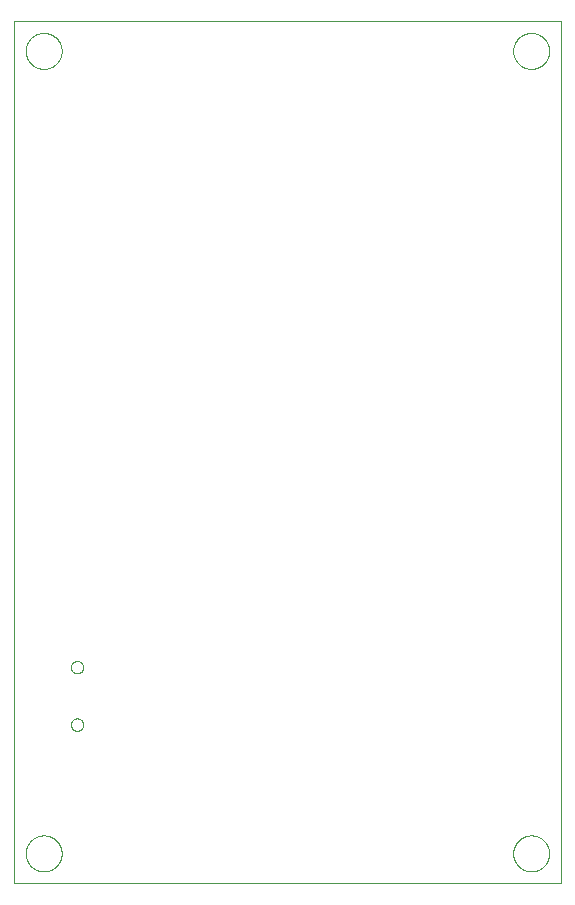
<source format=gko>
G75*
%MOIN*%
%OFA0B0*%
%FSLAX25Y25*%
%IPPOS*%
%LPD*%
%AMOC8*
5,1,8,0,0,1.08239X$1,22.5*
%
%ADD10C,0.00000*%
D10*
X0002500Y0017500D02*
X0002500Y0304961D01*
X0184951Y0304961D01*
X0184951Y0017500D01*
X0002500Y0017500D01*
X0006500Y0027500D02*
X0006502Y0027654D01*
X0006508Y0027809D01*
X0006518Y0027963D01*
X0006532Y0028117D01*
X0006550Y0028270D01*
X0006571Y0028423D01*
X0006597Y0028576D01*
X0006627Y0028727D01*
X0006660Y0028878D01*
X0006698Y0029028D01*
X0006739Y0029177D01*
X0006784Y0029325D01*
X0006833Y0029471D01*
X0006886Y0029617D01*
X0006942Y0029760D01*
X0007002Y0029903D01*
X0007066Y0030043D01*
X0007133Y0030183D01*
X0007204Y0030320D01*
X0007278Y0030455D01*
X0007356Y0030589D01*
X0007437Y0030720D01*
X0007522Y0030849D01*
X0007610Y0030977D01*
X0007701Y0031101D01*
X0007795Y0031224D01*
X0007893Y0031344D01*
X0007993Y0031461D01*
X0008097Y0031576D01*
X0008203Y0031688D01*
X0008312Y0031797D01*
X0008424Y0031903D01*
X0008539Y0032007D01*
X0008656Y0032107D01*
X0008776Y0032205D01*
X0008899Y0032299D01*
X0009023Y0032390D01*
X0009151Y0032478D01*
X0009280Y0032563D01*
X0009411Y0032644D01*
X0009545Y0032722D01*
X0009680Y0032796D01*
X0009817Y0032867D01*
X0009957Y0032934D01*
X0010097Y0032998D01*
X0010240Y0033058D01*
X0010383Y0033114D01*
X0010529Y0033167D01*
X0010675Y0033216D01*
X0010823Y0033261D01*
X0010972Y0033302D01*
X0011122Y0033340D01*
X0011273Y0033373D01*
X0011424Y0033403D01*
X0011577Y0033429D01*
X0011730Y0033450D01*
X0011883Y0033468D01*
X0012037Y0033482D01*
X0012191Y0033492D01*
X0012346Y0033498D01*
X0012500Y0033500D01*
X0012654Y0033498D01*
X0012809Y0033492D01*
X0012963Y0033482D01*
X0013117Y0033468D01*
X0013270Y0033450D01*
X0013423Y0033429D01*
X0013576Y0033403D01*
X0013727Y0033373D01*
X0013878Y0033340D01*
X0014028Y0033302D01*
X0014177Y0033261D01*
X0014325Y0033216D01*
X0014471Y0033167D01*
X0014617Y0033114D01*
X0014760Y0033058D01*
X0014903Y0032998D01*
X0015043Y0032934D01*
X0015183Y0032867D01*
X0015320Y0032796D01*
X0015455Y0032722D01*
X0015589Y0032644D01*
X0015720Y0032563D01*
X0015849Y0032478D01*
X0015977Y0032390D01*
X0016101Y0032299D01*
X0016224Y0032205D01*
X0016344Y0032107D01*
X0016461Y0032007D01*
X0016576Y0031903D01*
X0016688Y0031797D01*
X0016797Y0031688D01*
X0016903Y0031576D01*
X0017007Y0031461D01*
X0017107Y0031344D01*
X0017205Y0031224D01*
X0017299Y0031101D01*
X0017390Y0030977D01*
X0017478Y0030849D01*
X0017563Y0030720D01*
X0017644Y0030589D01*
X0017722Y0030455D01*
X0017796Y0030320D01*
X0017867Y0030183D01*
X0017934Y0030043D01*
X0017998Y0029903D01*
X0018058Y0029760D01*
X0018114Y0029617D01*
X0018167Y0029471D01*
X0018216Y0029325D01*
X0018261Y0029177D01*
X0018302Y0029028D01*
X0018340Y0028878D01*
X0018373Y0028727D01*
X0018403Y0028576D01*
X0018429Y0028423D01*
X0018450Y0028270D01*
X0018468Y0028117D01*
X0018482Y0027963D01*
X0018492Y0027809D01*
X0018498Y0027654D01*
X0018500Y0027500D01*
X0018498Y0027346D01*
X0018492Y0027191D01*
X0018482Y0027037D01*
X0018468Y0026883D01*
X0018450Y0026730D01*
X0018429Y0026577D01*
X0018403Y0026424D01*
X0018373Y0026273D01*
X0018340Y0026122D01*
X0018302Y0025972D01*
X0018261Y0025823D01*
X0018216Y0025675D01*
X0018167Y0025529D01*
X0018114Y0025383D01*
X0018058Y0025240D01*
X0017998Y0025097D01*
X0017934Y0024957D01*
X0017867Y0024817D01*
X0017796Y0024680D01*
X0017722Y0024545D01*
X0017644Y0024411D01*
X0017563Y0024280D01*
X0017478Y0024151D01*
X0017390Y0024023D01*
X0017299Y0023899D01*
X0017205Y0023776D01*
X0017107Y0023656D01*
X0017007Y0023539D01*
X0016903Y0023424D01*
X0016797Y0023312D01*
X0016688Y0023203D01*
X0016576Y0023097D01*
X0016461Y0022993D01*
X0016344Y0022893D01*
X0016224Y0022795D01*
X0016101Y0022701D01*
X0015977Y0022610D01*
X0015849Y0022522D01*
X0015720Y0022437D01*
X0015589Y0022356D01*
X0015455Y0022278D01*
X0015320Y0022204D01*
X0015183Y0022133D01*
X0015043Y0022066D01*
X0014903Y0022002D01*
X0014760Y0021942D01*
X0014617Y0021886D01*
X0014471Y0021833D01*
X0014325Y0021784D01*
X0014177Y0021739D01*
X0014028Y0021698D01*
X0013878Y0021660D01*
X0013727Y0021627D01*
X0013576Y0021597D01*
X0013423Y0021571D01*
X0013270Y0021550D01*
X0013117Y0021532D01*
X0012963Y0021518D01*
X0012809Y0021508D01*
X0012654Y0021502D01*
X0012500Y0021500D01*
X0012346Y0021502D01*
X0012191Y0021508D01*
X0012037Y0021518D01*
X0011883Y0021532D01*
X0011730Y0021550D01*
X0011577Y0021571D01*
X0011424Y0021597D01*
X0011273Y0021627D01*
X0011122Y0021660D01*
X0010972Y0021698D01*
X0010823Y0021739D01*
X0010675Y0021784D01*
X0010529Y0021833D01*
X0010383Y0021886D01*
X0010240Y0021942D01*
X0010097Y0022002D01*
X0009957Y0022066D01*
X0009817Y0022133D01*
X0009680Y0022204D01*
X0009545Y0022278D01*
X0009411Y0022356D01*
X0009280Y0022437D01*
X0009151Y0022522D01*
X0009023Y0022610D01*
X0008899Y0022701D01*
X0008776Y0022795D01*
X0008656Y0022893D01*
X0008539Y0022993D01*
X0008424Y0023097D01*
X0008312Y0023203D01*
X0008203Y0023312D01*
X0008097Y0023424D01*
X0007993Y0023539D01*
X0007893Y0023656D01*
X0007795Y0023776D01*
X0007701Y0023899D01*
X0007610Y0024023D01*
X0007522Y0024151D01*
X0007437Y0024280D01*
X0007356Y0024411D01*
X0007278Y0024545D01*
X0007204Y0024680D01*
X0007133Y0024817D01*
X0007066Y0024957D01*
X0007002Y0025097D01*
X0006942Y0025240D01*
X0006886Y0025383D01*
X0006833Y0025529D01*
X0006784Y0025675D01*
X0006739Y0025823D01*
X0006698Y0025972D01*
X0006660Y0026122D01*
X0006627Y0026273D01*
X0006597Y0026424D01*
X0006571Y0026577D01*
X0006550Y0026730D01*
X0006532Y0026883D01*
X0006518Y0027037D01*
X0006508Y0027191D01*
X0006502Y0027346D01*
X0006500Y0027500D01*
X0021555Y0070453D02*
X0021557Y0070544D01*
X0021563Y0070634D01*
X0021573Y0070725D01*
X0021587Y0070814D01*
X0021605Y0070903D01*
X0021626Y0070992D01*
X0021652Y0071079D01*
X0021681Y0071165D01*
X0021715Y0071249D01*
X0021751Y0071332D01*
X0021792Y0071414D01*
X0021836Y0071493D01*
X0021883Y0071571D01*
X0021934Y0071646D01*
X0021988Y0071719D01*
X0022045Y0071789D01*
X0022105Y0071857D01*
X0022168Y0071923D01*
X0022234Y0071985D01*
X0022303Y0072044D01*
X0022374Y0072101D01*
X0022448Y0072154D01*
X0022524Y0072204D01*
X0022602Y0072251D01*
X0022682Y0072294D01*
X0022763Y0072333D01*
X0022847Y0072369D01*
X0022932Y0072401D01*
X0023018Y0072430D01*
X0023105Y0072454D01*
X0023194Y0072475D01*
X0023283Y0072492D01*
X0023373Y0072505D01*
X0023463Y0072514D01*
X0023554Y0072519D01*
X0023645Y0072520D01*
X0023735Y0072517D01*
X0023826Y0072510D01*
X0023916Y0072499D01*
X0024006Y0072484D01*
X0024095Y0072465D01*
X0024183Y0072443D01*
X0024269Y0072416D01*
X0024355Y0072386D01*
X0024439Y0072352D01*
X0024522Y0072314D01*
X0024603Y0072273D01*
X0024682Y0072228D01*
X0024759Y0072179D01*
X0024833Y0072128D01*
X0024906Y0072073D01*
X0024976Y0072015D01*
X0025043Y0071954D01*
X0025107Y0071890D01*
X0025169Y0071824D01*
X0025228Y0071754D01*
X0025283Y0071683D01*
X0025336Y0071608D01*
X0025385Y0071532D01*
X0025431Y0071454D01*
X0025473Y0071373D01*
X0025512Y0071291D01*
X0025547Y0071207D01*
X0025578Y0071122D01*
X0025605Y0071035D01*
X0025629Y0070948D01*
X0025649Y0070859D01*
X0025665Y0070770D01*
X0025677Y0070680D01*
X0025685Y0070589D01*
X0025689Y0070498D01*
X0025689Y0070408D01*
X0025685Y0070317D01*
X0025677Y0070226D01*
X0025665Y0070136D01*
X0025649Y0070047D01*
X0025629Y0069958D01*
X0025605Y0069871D01*
X0025578Y0069784D01*
X0025547Y0069699D01*
X0025512Y0069615D01*
X0025473Y0069533D01*
X0025431Y0069452D01*
X0025385Y0069374D01*
X0025336Y0069298D01*
X0025283Y0069223D01*
X0025228Y0069152D01*
X0025169Y0069082D01*
X0025107Y0069016D01*
X0025043Y0068952D01*
X0024976Y0068891D01*
X0024906Y0068833D01*
X0024833Y0068778D01*
X0024759Y0068727D01*
X0024682Y0068678D01*
X0024603Y0068633D01*
X0024522Y0068592D01*
X0024439Y0068554D01*
X0024355Y0068520D01*
X0024269Y0068490D01*
X0024183Y0068463D01*
X0024095Y0068441D01*
X0024006Y0068422D01*
X0023916Y0068407D01*
X0023826Y0068396D01*
X0023735Y0068389D01*
X0023645Y0068386D01*
X0023554Y0068387D01*
X0023463Y0068392D01*
X0023373Y0068401D01*
X0023283Y0068414D01*
X0023194Y0068431D01*
X0023105Y0068452D01*
X0023018Y0068476D01*
X0022932Y0068505D01*
X0022847Y0068537D01*
X0022763Y0068573D01*
X0022682Y0068612D01*
X0022602Y0068655D01*
X0022524Y0068702D01*
X0022448Y0068752D01*
X0022374Y0068805D01*
X0022303Y0068862D01*
X0022234Y0068921D01*
X0022168Y0068983D01*
X0022105Y0069049D01*
X0022045Y0069117D01*
X0021988Y0069187D01*
X0021934Y0069260D01*
X0021883Y0069335D01*
X0021836Y0069413D01*
X0021792Y0069492D01*
X0021751Y0069574D01*
X0021715Y0069657D01*
X0021681Y0069741D01*
X0021652Y0069827D01*
X0021626Y0069914D01*
X0021605Y0070003D01*
X0021587Y0070092D01*
X0021573Y0070181D01*
X0021563Y0070272D01*
X0021557Y0070362D01*
X0021555Y0070453D01*
X0021555Y0089547D02*
X0021557Y0089638D01*
X0021563Y0089728D01*
X0021573Y0089819D01*
X0021587Y0089908D01*
X0021605Y0089997D01*
X0021626Y0090086D01*
X0021652Y0090173D01*
X0021681Y0090259D01*
X0021715Y0090343D01*
X0021751Y0090426D01*
X0021792Y0090508D01*
X0021836Y0090587D01*
X0021883Y0090665D01*
X0021934Y0090740D01*
X0021988Y0090813D01*
X0022045Y0090883D01*
X0022105Y0090951D01*
X0022168Y0091017D01*
X0022234Y0091079D01*
X0022303Y0091138D01*
X0022374Y0091195D01*
X0022448Y0091248D01*
X0022524Y0091298D01*
X0022602Y0091345D01*
X0022682Y0091388D01*
X0022763Y0091427D01*
X0022847Y0091463D01*
X0022932Y0091495D01*
X0023018Y0091524D01*
X0023105Y0091548D01*
X0023194Y0091569D01*
X0023283Y0091586D01*
X0023373Y0091599D01*
X0023463Y0091608D01*
X0023554Y0091613D01*
X0023645Y0091614D01*
X0023735Y0091611D01*
X0023826Y0091604D01*
X0023916Y0091593D01*
X0024006Y0091578D01*
X0024095Y0091559D01*
X0024183Y0091537D01*
X0024269Y0091510D01*
X0024355Y0091480D01*
X0024439Y0091446D01*
X0024522Y0091408D01*
X0024603Y0091367D01*
X0024682Y0091322D01*
X0024759Y0091273D01*
X0024833Y0091222D01*
X0024906Y0091167D01*
X0024976Y0091109D01*
X0025043Y0091048D01*
X0025107Y0090984D01*
X0025169Y0090918D01*
X0025228Y0090848D01*
X0025283Y0090777D01*
X0025336Y0090702D01*
X0025385Y0090626D01*
X0025431Y0090548D01*
X0025473Y0090467D01*
X0025512Y0090385D01*
X0025547Y0090301D01*
X0025578Y0090216D01*
X0025605Y0090129D01*
X0025629Y0090042D01*
X0025649Y0089953D01*
X0025665Y0089864D01*
X0025677Y0089774D01*
X0025685Y0089683D01*
X0025689Y0089592D01*
X0025689Y0089502D01*
X0025685Y0089411D01*
X0025677Y0089320D01*
X0025665Y0089230D01*
X0025649Y0089141D01*
X0025629Y0089052D01*
X0025605Y0088965D01*
X0025578Y0088878D01*
X0025547Y0088793D01*
X0025512Y0088709D01*
X0025473Y0088627D01*
X0025431Y0088546D01*
X0025385Y0088468D01*
X0025336Y0088392D01*
X0025283Y0088317D01*
X0025228Y0088246D01*
X0025169Y0088176D01*
X0025107Y0088110D01*
X0025043Y0088046D01*
X0024976Y0087985D01*
X0024906Y0087927D01*
X0024833Y0087872D01*
X0024759Y0087821D01*
X0024682Y0087772D01*
X0024603Y0087727D01*
X0024522Y0087686D01*
X0024439Y0087648D01*
X0024355Y0087614D01*
X0024269Y0087584D01*
X0024183Y0087557D01*
X0024095Y0087535D01*
X0024006Y0087516D01*
X0023916Y0087501D01*
X0023826Y0087490D01*
X0023735Y0087483D01*
X0023645Y0087480D01*
X0023554Y0087481D01*
X0023463Y0087486D01*
X0023373Y0087495D01*
X0023283Y0087508D01*
X0023194Y0087525D01*
X0023105Y0087546D01*
X0023018Y0087570D01*
X0022932Y0087599D01*
X0022847Y0087631D01*
X0022763Y0087667D01*
X0022682Y0087706D01*
X0022602Y0087749D01*
X0022524Y0087796D01*
X0022448Y0087846D01*
X0022374Y0087899D01*
X0022303Y0087956D01*
X0022234Y0088015D01*
X0022168Y0088077D01*
X0022105Y0088143D01*
X0022045Y0088211D01*
X0021988Y0088281D01*
X0021934Y0088354D01*
X0021883Y0088429D01*
X0021836Y0088507D01*
X0021792Y0088586D01*
X0021751Y0088668D01*
X0021715Y0088751D01*
X0021681Y0088835D01*
X0021652Y0088921D01*
X0021626Y0089008D01*
X0021605Y0089097D01*
X0021587Y0089186D01*
X0021573Y0089275D01*
X0021563Y0089366D01*
X0021557Y0089456D01*
X0021555Y0089547D01*
X0006500Y0295000D02*
X0006502Y0295154D01*
X0006508Y0295309D01*
X0006518Y0295463D01*
X0006532Y0295617D01*
X0006550Y0295770D01*
X0006571Y0295923D01*
X0006597Y0296076D01*
X0006627Y0296227D01*
X0006660Y0296378D01*
X0006698Y0296528D01*
X0006739Y0296677D01*
X0006784Y0296825D01*
X0006833Y0296971D01*
X0006886Y0297117D01*
X0006942Y0297260D01*
X0007002Y0297403D01*
X0007066Y0297543D01*
X0007133Y0297683D01*
X0007204Y0297820D01*
X0007278Y0297955D01*
X0007356Y0298089D01*
X0007437Y0298220D01*
X0007522Y0298349D01*
X0007610Y0298477D01*
X0007701Y0298601D01*
X0007795Y0298724D01*
X0007893Y0298844D01*
X0007993Y0298961D01*
X0008097Y0299076D01*
X0008203Y0299188D01*
X0008312Y0299297D01*
X0008424Y0299403D01*
X0008539Y0299507D01*
X0008656Y0299607D01*
X0008776Y0299705D01*
X0008899Y0299799D01*
X0009023Y0299890D01*
X0009151Y0299978D01*
X0009280Y0300063D01*
X0009411Y0300144D01*
X0009545Y0300222D01*
X0009680Y0300296D01*
X0009817Y0300367D01*
X0009957Y0300434D01*
X0010097Y0300498D01*
X0010240Y0300558D01*
X0010383Y0300614D01*
X0010529Y0300667D01*
X0010675Y0300716D01*
X0010823Y0300761D01*
X0010972Y0300802D01*
X0011122Y0300840D01*
X0011273Y0300873D01*
X0011424Y0300903D01*
X0011577Y0300929D01*
X0011730Y0300950D01*
X0011883Y0300968D01*
X0012037Y0300982D01*
X0012191Y0300992D01*
X0012346Y0300998D01*
X0012500Y0301000D01*
X0012654Y0300998D01*
X0012809Y0300992D01*
X0012963Y0300982D01*
X0013117Y0300968D01*
X0013270Y0300950D01*
X0013423Y0300929D01*
X0013576Y0300903D01*
X0013727Y0300873D01*
X0013878Y0300840D01*
X0014028Y0300802D01*
X0014177Y0300761D01*
X0014325Y0300716D01*
X0014471Y0300667D01*
X0014617Y0300614D01*
X0014760Y0300558D01*
X0014903Y0300498D01*
X0015043Y0300434D01*
X0015183Y0300367D01*
X0015320Y0300296D01*
X0015455Y0300222D01*
X0015589Y0300144D01*
X0015720Y0300063D01*
X0015849Y0299978D01*
X0015977Y0299890D01*
X0016101Y0299799D01*
X0016224Y0299705D01*
X0016344Y0299607D01*
X0016461Y0299507D01*
X0016576Y0299403D01*
X0016688Y0299297D01*
X0016797Y0299188D01*
X0016903Y0299076D01*
X0017007Y0298961D01*
X0017107Y0298844D01*
X0017205Y0298724D01*
X0017299Y0298601D01*
X0017390Y0298477D01*
X0017478Y0298349D01*
X0017563Y0298220D01*
X0017644Y0298089D01*
X0017722Y0297955D01*
X0017796Y0297820D01*
X0017867Y0297683D01*
X0017934Y0297543D01*
X0017998Y0297403D01*
X0018058Y0297260D01*
X0018114Y0297117D01*
X0018167Y0296971D01*
X0018216Y0296825D01*
X0018261Y0296677D01*
X0018302Y0296528D01*
X0018340Y0296378D01*
X0018373Y0296227D01*
X0018403Y0296076D01*
X0018429Y0295923D01*
X0018450Y0295770D01*
X0018468Y0295617D01*
X0018482Y0295463D01*
X0018492Y0295309D01*
X0018498Y0295154D01*
X0018500Y0295000D01*
X0018498Y0294846D01*
X0018492Y0294691D01*
X0018482Y0294537D01*
X0018468Y0294383D01*
X0018450Y0294230D01*
X0018429Y0294077D01*
X0018403Y0293924D01*
X0018373Y0293773D01*
X0018340Y0293622D01*
X0018302Y0293472D01*
X0018261Y0293323D01*
X0018216Y0293175D01*
X0018167Y0293029D01*
X0018114Y0292883D01*
X0018058Y0292740D01*
X0017998Y0292597D01*
X0017934Y0292457D01*
X0017867Y0292317D01*
X0017796Y0292180D01*
X0017722Y0292045D01*
X0017644Y0291911D01*
X0017563Y0291780D01*
X0017478Y0291651D01*
X0017390Y0291523D01*
X0017299Y0291399D01*
X0017205Y0291276D01*
X0017107Y0291156D01*
X0017007Y0291039D01*
X0016903Y0290924D01*
X0016797Y0290812D01*
X0016688Y0290703D01*
X0016576Y0290597D01*
X0016461Y0290493D01*
X0016344Y0290393D01*
X0016224Y0290295D01*
X0016101Y0290201D01*
X0015977Y0290110D01*
X0015849Y0290022D01*
X0015720Y0289937D01*
X0015589Y0289856D01*
X0015455Y0289778D01*
X0015320Y0289704D01*
X0015183Y0289633D01*
X0015043Y0289566D01*
X0014903Y0289502D01*
X0014760Y0289442D01*
X0014617Y0289386D01*
X0014471Y0289333D01*
X0014325Y0289284D01*
X0014177Y0289239D01*
X0014028Y0289198D01*
X0013878Y0289160D01*
X0013727Y0289127D01*
X0013576Y0289097D01*
X0013423Y0289071D01*
X0013270Y0289050D01*
X0013117Y0289032D01*
X0012963Y0289018D01*
X0012809Y0289008D01*
X0012654Y0289002D01*
X0012500Y0289000D01*
X0012346Y0289002D01*
X0012191Y0289008D01*
X0012037Y0289018D01*
X0011883Y0289032D01*
X0011730Y0289050D01*
X0011577Y0289071D01*
X0011424Y0289097D01*
X0011273Y0289127D01*
X0011122Y0289160D01*
X0010972Y0289198D01*
X0010823Y0289239D01*
X0010675Y0289284D01*
X0010529Y0289333D01*
X0010383Y0289386D01*
X0010240Y0289442D01*
X0010097Y0289502D01*
X0009957Y0289566D01*
X0009817Y0289633D01*
X0009680Y0289704D01*
X0009545Y0289778D01*
X0009411Y0289856D01*
X0009280Y0289937D01*
X0009151Y0290022D01*
X0009023Y0290110D01*
X0008899Y0290201D01*
X0008776Y0290295D01*
X0008656Y0290393D01*
X0008539Y0290493D01*
X0008424Y0290597D01*
X0008312Y0290703D01*
X0008203Y0290812D01*
X0008097Y0290924D01*
X0007993Y0291039D01*
X0007893Y0291156D01*
X0007795Y0291276D01*
X0007701Y0291399D01*
X0007610Y0291523D01*
X0007522Y0291651D01*
X0007437Y0291780D01*
X0007356Y0291911D01*
X0007278Y0292045D01*
X0007204Y0292180D01*
X0007133Y0292317D01*
X0007066Y0292457D01*
X0007002Y0292597D01*
X0006942Y0292740D01*
X0006886Y0292883D01*
X0006833Y0293029D01*
X0006784Y0293175D01*
X0006739Y0293323D01*
X0006698Y0293472D01*
X0006660Y0293622D01*
X0006627Y0293773D01*
X0006597Y0293924D01*
X0006571Y0294077D01*
X0006550Y0294230D01*
X0006532Y0294383D01*
X0006518Y0294537D01*
X0006508Y0294691D01*
X0006502Y0294846D01*
X0006500Y0295000D01*
X0169000Y0295000D02*
X0169002Y0295154D01*
X0169008Y0295309D01*
X0169018Y0295463D01*
X0169032Y0295617D01*
X0169050Y0295770D01*
X0169071Y0295923D01*
X0169097Y0296076D01*
X0169127Y0296227D01*
X0169160Y0296378D01*
X0169198Y0296528D01*
X0169239Y0296677D01*
X0169284Y0296825D01*
X0169333Y0296971D01*
X0169386Y0297117D01*
X0169442Y0297260D01*
X0169502Y0297403D01*
X0169566Y0297543D01*
X0169633Y0297683D01*
X0169704Y0297820D01*
X0169778Y0297955D01*
X0169856Y0298089D01*
X0169937Y0298220D01*
X0170022Y0298349D01*
X0170110Y0298477D01*
X0170201Y0298601D01*
X0170295Y0298724D01*
X0170393Y0298844D01*
X0170493Y0298961D01*
X0170597Y0299076D01*
X0170703Y0299188D01*
X0170812Y0299297D01*
X0170924Y0299403D01*
X0171039Y0299507D01*
X0171156Y0299607D01*
X0171276Y0299705D01*
X0171399Y0299799D01*
X0171523Y0299890D01*
X0171651Y0299978D01*
X0171780Y0300063D01*
X0171911Y0300144D01*
X0172045Y0300222D01*
X0172180Y0300296D01*
X0172317Y0300367D01*
X0172457Y0300434D01*
X0172597Y0300498D01*
X0172740Y0300558D01*
X0172883Y0300614D01*
X0173029Y0300667D01*
X0173175Y0300716D01*
X0173323Y0300761D01*
X0173472Y0300802D01*
X0173622Y0300840D01*
X0173773Y0300873D01*
X0173924Y0300903D01*
X0174077Y0300929D01*
X0174230Y0300950D01*
X0174383Y0300968D01*
X0174537Y0300982D01*
X0174691Y0300992D01*
X0174846Y0300998D01*
X0175000Y0301000D01*
X0175154Y0300998D01*
X0175309Y0300992D01*
X0175463Y0300982D01*
X0175617Y0300968D01*
X0175770Y0300950D01*
X0175923Y0300929D01*
X0176076Y0300903D01*
X0176227Y0300873D01*
X0176378Y0300840D01*
X0176528Y0300802D01*
X0176677Y0300761D01*
X0176825Y0300716D01*
X0176971Y0300667D01*
X0177117Y0300614D01*
X0177260Y0300558D01*
X0177403Y0300498D01*
X0177543Y0300434D01*
X0177683Y0300367D01*
X0177820Y0300296D01*
X0177955Y0300222D01*
X0178089Y0300144D01*
X0178220Y0300063D01*
X0178349Y0299978D01*
X0178477Y0299890D01*
X0178601Y0299799D01*
X0178724Y0299705D01*
X0178844Y0299607D01*
X0178961Y0299507D01*
X0179076Y0299403D01*
X0179188Y0299297D01*
X0179297Y0299188D01*
X0179403Y0299076D01*
X0179507Y0298961D01*
X0179607Y0298844D01*
X0179705Y0298724D01*
X0179799Y0298601D01*
X0179890Y0298477D01*
X0179978Y0298349D01*
X0180063Y0298220D01*
X0180144Y0298089D01*
X0180222Y0297955D01*
X0180296Y0297820D01*
X0180367Y0297683D01*
X0180434Y0297543D01*
X0180498Y0297403D01*
X0180558Y0297260D01*
X0180614Y0297117D01*
X0180667Y0296971D01*
X0180716Y0296825D01*
X0180761Y0296677D01*
X0180802Y0296528D01*
X0180840Y0296378D01*
X0180873Y0296227D01*
X0180903Y0296076D01*
X0180929Y0295923D01*
X0180950Y0295770D01*
X0180968Y0295617D01*
X0180982Y0295463D01*
X0180992Y0295309D01*
X0180998Y0295154D01*
X0181000Y0295000D01*
X0180998Y0294846D01*
X0180992Y0294691D01*
X0180982Y0294537D01*
X0180968Y0294383D01*
X0180950Y0294230D01*
X0180929Y0294077D01*
X0180903Y0293924D01*
X0180873Y0293773D01*
X0180840Y0293622D01*
X0180802Y0293472D01*
X0180761Y0293323D01*
X0180716Y0293175D01*
X0180667Y0293029D01*
X0180614Y0292883D01*
X0180558Y0292740D01*
X0180498Y0292597D01*
X0180434Y0292457D01*
X0180367Y0292317D01*
X0180296Y0292180D01*
X0180222Y0292045D01*
X0180144Y0291911D01*
X0180063Y0291780D01*
X0179978Y0291651D01*
X0179890Y0291523D01*
X0179799Y0291399D01*
X0179705Y0291276D01*
X0179607Y0291156D01*
X0179507Y0291039D01*
X0179403Y0290924D01*
X0179297Y0290812D01*
X0179188Y0290703D01*
X0179076Y0290597D01*
X0178961Y0290493D01*
X0178844Y0290393D01*
X0178724Y0290295D01*
X0178601Y0290201D01*
X0178477Y0290110D01*
X0178349Y0290022D01*
X0178220Y0289937D01*
X0178089Y0289856D01*
X0177955Y0289778D01*
X0177820Y0289704D01*
X0177683Y0289633D01*
X0177543Y0289566D01*
X0177403Y0289502D01*
X0177260Y0289442D01*
X0177117Y0289386D01*
X0176971Y0289333D01*
X0176825Y0289284D01*
X0176677Y0289239D01*
X0176528Y0289198D01*
X0176378Y0289160D01*
X0176227Y0289127D01*
X0176076Y0289097D01*
X0175923Y0289071D01*
X0175770Y0289050D01*
X0175617Y0289032D01*
X0175463Y0289018D01*
X0175309Y0289008D01*
X0175154Y0289002D01*
X0175000Y0289000D01*
X0174846Y0289002D01*
X0174691Y0289008D01*
X0174537Y0289018D01*
X0174383Y0289032D01*
X0174230Y0289050D01*
X0174077Y0289071D01*
X0173924Y0289097D01*
X0173773Y0289127D01*
X0173622Y0289160D01*
X0173472Y0289198D01*
X0173323Y0289239D01*
X0173175Y0289284D01*
X0173029Y0289333D01*
X0172883Y0289386D01*
X0172740Y0289442D01*
X0172597Y0289502D01*
X0172457Y0289566D01*
X0172317Y0289633D01*
X0172180Y0289704D01*
X0172045Y0289778D01*
X0171911Y0289856D01*
X0171780Y0289937D01*
X0171651Y0290022D01*
X0171523Y0290110D01*
X0171399Y0290201D01*
X0171276Y0290295D01*
X0171156Y0290393D01*
X0171039Y0290493D01*
X0170924Y0290597D01*
X0170812Y0290703D01*
X0170703Y0290812D01*
X0170597Y0290924D01*
X0170493Y0291039D01*
X0170393Y0291156D01*
X0170295Y0291276D01*
X0170201Y0291399D01*
X0170110Y0291523D01*
X0170022Y0291651D01*
X0169937Y0291780D01*
X0169856Y0291911D01*
X0169778Y0292045D01*
X0169704Y0292180D01*
X0169633Y0292317D01*
X0169566Y0292457D01*
X0169502Y0292597D01*
X0169442Y0292740D01*
X0169386Y0292883D01*
X0169333Y0293029D01*
X0169284Y0293175D01*
X0169239Y0293323D01*
X0169198Y0293472D01*
X0169160Y0293622D01*
X0169127Y0293773D01*
X0169097Y0293924D01*
X0169071Y0294077D01*
X0169050Y0294230D01*
X0169032Y0294383D01*
X0169018Y0294537D01*
X0169008Y0294691D01*
X0169002Y0294846D01*
X0169000Y0295000D01*
X0169000Y0027500D02*
X0169002Y0027654D01*
X0169008Y0027809D01*
X0169018Y0027963D01*
X0169032Y0028117D01*
X0169050Y0028270D01*
X0169071Y0028423D01*
X0169097Y0028576D01*
X0169127Y0028727D01*
X0169160Y0028878D01*
X0169198Y0029028D01*
X0169239Y0029177D01*
X0169284Y0029325D01*
X0169333Y0029471D01*
X0169386Y0029617D01*
X0169442Y0029760D01*
X0169502Y0029903D01*
X0169566Y0030043D01*
X0169633Y0030183D01*
X0169704Y0030320D01*
X0169778Y0030455D01*
X0169856Y0030589D01*
X0169937Y0030720D01*
X0170022Y0030849D01*
X0170110Y0030977D01*
X0170201Y0031101D01*
X0170295Y0031224D01*
X0170393Y0031344D01*
X0170493Y0031461D01*
X0170597Y0031576D01*
X0170703Y0031688D01*
X0170812Y0031797D01*
X0170924Y0031903D01*
X0171039Y0032007D01*
X0171156Y0032107D01*
X0171276Y0032205D01*
X0171399Y0032299D01*
X0171523Y0032390D01*
X0171651Y0032478D01*
X0171780Y0032563D01*
X0171911Y0032644D01*
X0172045Y0032722D01*
X0172180Y0032796D01*
X0172317Y0032867D01*
X0172457Y0032934D01*
X0172597Y0032998D01*
X0172740Y0033058D01*
X0172883Y0033114D01*
X0173029Y0033167D01*
X0173175Y0033216D01*
X0173323Y0033261D01*
X0173472Y0033302D01*
X0173622Y0033340D01*
X0173773Y0033373D01*
X0173924Y0033403D01*
X0174077Y0033429D01*
X0174230Y0033450D01*
X0174383Y0033468D01*
X0174537Y0033482D01*
X0174691Y0033492D01*
X0174846Y0033498D01*
X0175000Y0033500D01*
X0175154Y0033498D01*
X0175309Y0033492D01*
X0175463Y0033482D01*
X0175617Y0033468D01*
X0175770Y0033450D01*
X0175923Y0033429D01*
X0176076Y0033403D01*
X0176227Y0033373D01*
X0176378Y0033340D01*
X0176528Y0033302D01*
X0176677Y0033261D01*
X0176825Y0033216D01*
X0176971Y0033167D01*
X0177117Y0033114D01*
X0177260Y0033058D01*
X0177403Y0032998D01*
X0177543Y0032934D01*
X0177683Y0032867D01*
X0177820Y0032796D01*
X0177955Y0032722D01*
X0178089Y0032644D01*
X0178220Y0032563D01*
X0178349Y0032478D01*
X0178477Y0032390D01*
X0178601Y0032299D01*
X0178724Y0032205D01*
X0178844Y0032107D01*
X0178961Y0032007D01*
X0179076Y0031903D01*
X0179188Y0031797D01*
X0179297Y0031688D01*
X0179403Y0031576D01*
X0179507Y0031461D01*
X0179607Y0031344D01*
X0179705Y0031224D01*
X0179799Y0031101D01*
X0179890Y0030977D01*
X0179978Y0030849D01*
X0180063Y0030720D01*
X0180144Y0030589D01*
X0180222Y0030455D01*
X0180296Y0030320D01*
X0180367Y0030183D01*
X0180434Y0030043D01*
X0180498Y0029903D01*
X0180558Y0029760D01*
X0180614Y0029617D01*
X0180667Y0029471D01*
X0180716Y0029325D01*
X0180761Y0029177D01*
X0180802Y0029028D01*
X0180840Y0028878D01*
X0180873Y0028727D01*
X0180903Y0028576D01*
X0180929Y0028423D01*
X0180950Y0028270D01*
X0180968Y0028117D01*
X0180982Y0027963D01*
X0180992Y0027809D01*
X0180998Y0027654D01*
X0181000Y0027500D01*
X0180998Y0027346D01*
X0180992Y0027191D01*
X0180982Y0027037D01*
X0180968Y0026883D01*
X0180950Y0026730D01*
X0180929Y0026577D01*
X0180903Y0026424D01*
X0180873Y0026273D01*
X0180840Y0026122D01*
X0180802Y0025972D01*
X0180761Y0025823D01*
X0180716Y0025675D01*
X0180667Y0025529D01*
X0180614Y0025383D01*
X0180558Y0025240D01*
X0180498Y0025097D01*
X0180434Y0024957D01*
X0180367Y0024817D01*
X0180296Y0024680D01*
X0180222Y0024545D01*
X0180144Y0024411D01*
X0180063Y0024280D01*
X0179978Y0024151D01*
X0179890Y0024023D01*
X0179799Y0023899D01*
X0179705Y0023776D01*
X0179607Y0023656D01*
X0179507Y0023539D01*
X0179403Y0023424D01*
X0179297Y0023312D01*
X0179188Y0023203D01*
X0179076Y0023097D01*
X0178961Y0022993D01*
X0178844Y0022893D01*
X0178724Y0022795D01*
X0178601Y0022701D01*
X0178477Y0022610D01*
X0178349Y0022522D01*
X0178220Y0022437D01*
X0178089Y0022356D01*
X0177955Y0022278D01*
X0177820Y0022204D01*
X0177683Y0022133D01*
X0177543Y0022066D01*
X0177403Y0022002D01*
X0177260Y0021942D01*
X0177117Y0021886D01*
X0176971Y0021833D01*
X0176825Y0021784D01*
X0176677Y0021739D01*
X0176528Y0021698D01*
X0176378Y0021660D01*
X0176227Y0021627D01*
X0176076Y0021597D01*
X0175923Y0021571D01*
X0175770Y0021550D01*
X0175617Y0021532D01*
X0175463Y0021518D01*
X0175309Y0021508D01*
X0175154Y0021502D01*
X0175000Y0021500D01*
X0174846Y0021502D01*
X0174691Y0021508D01*
X0174537Y0021518D01*
X0174383Y0021532D01*
X0174230Y0021550D01*
X0174077Y0021571D01*
X0173924Y0021597D01*
X0173773Y0021627D01*
X0173622Y0021660D01*
X0173472Y0021698D01*
X0173323Y0021739D01*
X0173175Y0021784D01*
X0173029Y0021833D01*
X0172883Y0021886D01*
X0172740Y0021942D01*
X0172597Y0022002D01*
X0172457Y0022066D01*
X0172317Y0022133D01*
X0172180Y0022204D01*
X0172045Y0022278D01*
X0171911Y0022356D01*
X0171780Y0022437D01*
X0171651Y0022522D01*
X0171523Y0022610D01*
X0171399Y0022701D01*
X0171276Y0022795D01*
X0171156Y0022893D01*
X0171039Y0022993D01*
X0170924Y0023097D01*
X0170812Y0023203D01*
X0170703Y0023312D01*
X0170597Y0023424D01*
X0170493Y0023539D01*
X0170393Y0023656D01*
X0170295Y0023776D01*
X0170201Y0023899D01*
X0170110Y0024023D01*
X0170022Y0024151D01*
X0169937Y0024280D01*
X0169856Y0024411D01*
X0169778Y0024545D01*
X0169704Y0024680D01*
X0169633Y0024817D01*
X0169566Y0024957D01*
X0169502Y0025097D01*
X0169442Y0025240D01*
X0169386Y0025383D01*
X0169333Y0025529D01*
X0169284Y0025675D01*
X0169239Y0025823D01*
X0169198Y0025972D01*
X0169160Y0026122D01*
X0169127Y0026273D01*
X0169097Y0026424D01*
X0169071Y0026577D01*
X0169050Y0026730D01*
X0169032Y0026883D01*
X0169018Y0027037D01*
X0169008Y0027191D01*
X0169002Y0027346D01*
X0169000Y0027500D01*
M02*

</source>
